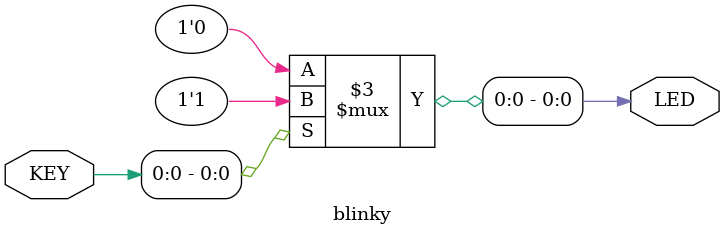
<source format=sv>
module blinky (input logic [1:0] KEY,
					output logic [7:0] LED) ;

always_comb
	begin
		if(KEY[0])
			LED[0] = 1;
		else
			LED[0] = 0;
	end
	
endmodule

</source>
